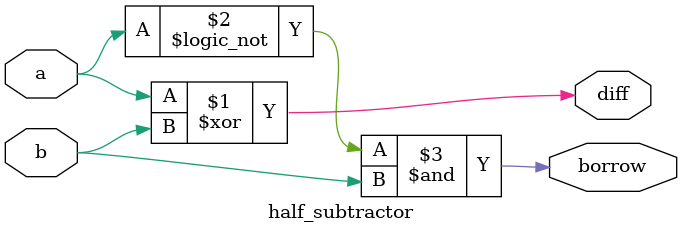
<source format=sv>
module half_subtractor (a, b, diff, borrow);

  input logic a, b;
  output logic diff, borrow;

  assign diff = a ^ b;
  assign borrow = !a & b;

endmodule

</source>
